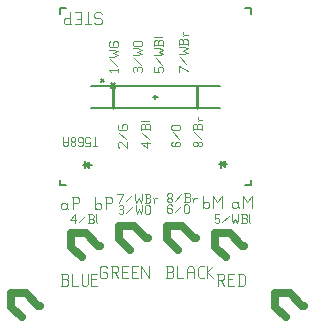
<source format=gbr>
G04 start of page 10 for group -4079 idx -4079 *
G04 Title: (unknown), topsilk *
G04 Creator: pcb 4.2.0 *
G04 CreationDate: Sun Sep  6 18:52:41 2020 UTC *
G04 For: commonadmin *
G04 Format: Gerber/RS-274X *
G04 PCB-Dimensions (mil): 1250.00 1500.00 *
G04 PCB-Coordinate-Origin: lower left *
%MOIN*%
%FSLAX25Y25*%
%LNTOPSILK*%
%ADD99C,0.0100*%
%ADD98C,0.0250*%
%ADD97C,0.0040*%
%ADD96C,0.0030*%
%ADD95C,0.0060*%
G54D95*X51204Y98043D02*X49629Y96469D01*
X51204D02*X49629Y98043D01*
G54D96*X79736Y77000D02*X80111Y77375D01*
X79136Y77000D02*X79736D01*
X79136D02*X78611Y77525D01*
Y77975D02*Y77525D01*
Y77975D02*X79136Y78500D01*
X79736D01*
X80111Y78125D02*X79736Y78500D01*
X80111Y78125D02*Y77375D01*
X78086Y77000D02*X78611Y77525D01*
X77486Y77000D02*X78086D01*
X77486D02*X77111Y77375D01*
Y78125D02*Y77375D01*
Y78125D02*X77486Y78500D01*
X78086D01*
X78611Y77975D02*X78086Y78500D01*
X79736Y79400D02*X77486Y81650D01*
X80111Y84050D02*Y82550D01*
Y84050D02*X79736Y84425D01*
X78836D02*X79736D01*
X78461Y84050D02*X78836Y84425D01*
X78461Y84050D02*Y82925D01*
X77111D02*X80111D01*
X77111Y84050D02*Y82550D01*
Y84050D02*X77486Y84425D01*
X78086D01*
X78461Y84050D02*X78086Y84425D01*
X78986Y85700D02*X80111D01*
X78986D02*X78611Y86075D01*
Y86825D02*Y86075D01*
Y85325D02*X78986Y85700D01*
X75230Y102218D02*X72230Y103718D01*
Y101843D01*
X74855Y104618D02*X72605Y106868D01*
X72230Y107768D02*X73730D01*
X75230Y108143D01*
X73730Y108893D01*
X75230Y109643D01*
X73730Y110018D01*
X72230D02*X73730D01*
X75230Y112418D02*Y110918D01*
Y112418D02*X74855Y112793D01*
X73955D02*X74855D01*
X73580Y112418D02*X73955Y112793D01*
X73580Y112418D02*Y111293D01*
X72230D02*X75230D01*
X72230Y112418D02*Y110918D01*
Y112418D02*X72605Y112793D01*
X73205D01*
X73580Y112418D02*X73205Y112793D01*
X74105Y114068D02*X75230D01*
X74105D02*X73730Y114443D01*
Y115193D02*Y114443D01*
Y113693D02*X74105Y114068D01*
X69848Y78125D02*X70223Y78500D01*
X69848Y78125D02*Y77375D01*
X70223Y77000D02*X69848Y77375D01*
X70223Y77000D02*X72473D01*
X72848Y77375D01*
X71198Y78125D02*X71573Y78500D01*
X71198Y78125D02*Y77000D01*
X72848Y78125D02*Y77375D01*
Y78125D02*X72473Y78500D01*
X71573D02*X72473D01*
Y79400D02*X70223Y81650D01*
Y82550D02*X72473D01*
X70223D02*X69848Y82925D01*
Y83675D02*Y82925D01*
Y83675D02*X70223Y84050D01*
X72473D01*
X72848Y83675D02*X72473Y84050D01*
X72848Y83675D02*Y82925D01*
X72473Y82550D02*X72848Y82925D01*
X64178Y103343D02*Y101843D01*
X65678D01*
X65303Y102218D01*
Y102968D02*Y102218D01*
Y102968D02*X65678Y103343D01*
X66803D01*
X67178Y102968D02*X66803Y103343D01*
X67178Y102968D02*Y102218D01*
X66803Y101843D02*X67178Y102218D01*
X66803Y104243D02*X64553Y106493D01*
X64178Y107393D02*X65678D01*
X67178Y107768D01*
X65678Y108518D01*
X67178Y109268D01*
X65678Y109643D01*
X64178D02*X65678D01*
X67178Y112043D02*Y110543D01*
Y112043D02*X66803Y112418D01*
X65903D02*X66803D01*
X65528Y112043D02*X65903Y112418D01*
X65528Y112043D02*Y110918D01*
X64178D02*X67178D01*
X64178Y112043D02*Y110543D01*
Y112043D02*X64553Y112418D01*
X65153D01*
X65528Y112043D02*X65153Y112418D01*
X64178Y113318D02*X66803D01*
X67178Y113693D01*
X61565Y76606D02*X59690Y78106D01*
X61565Y78481D02*Y76606D01*
X59690Y78106D02*X62690D01*
X62315Y79381D02*X60065Y81631D01*
X62690Y84031D02*Y82531D01*
Y84031D02*X62315Y84406D01*
X61415D02*X62315D01*
X61040Y84031D02*X61415Y84406D01*
X61040Y84031D02*Y82906D01*
X59690D02*X62690D01*
X59690Y84031D02*Y82531D01*
Y84031D02*X60065Y84406D01*
X60665D01*
X61040Y84031D02*X60665Y84406D01*
X59690Y85306D02*X62315D01*
X62690Y85681D01*
X57290Y101843D02*X56915Y102218D01*
Y102968D02*Y102218D01*
Y102968D02*X57290Y103343D01*
X59915Y102968D02*X59540Y103343D01*
X59915Y102968D02*Y102218D01*
X59540Y101843D02*X59915Y102218D01*
X58265Y102968D02*Y102218D01*
X57290Y103343D02*X57890D01*
X58640D02*X59540D01*
X58640D02*X58265Y102968D01*
X57890Y103343D02*X58265Y102968D01*
X59540Y104243D02*X57290Y106493D01*
X56915Y107393D02*X58415D01*
X59915Y107768D01*
X58415Y108518D01*
X59915Y109268D01*
X58415Y109643D01*
X56915D02*X58415D01*
X57290Y110543D02*X59540D01*
X57290D02*X56915Y110918D01*
Y111668D02*Y110918D01*
Y111668D02*X57290Y112043D01*
X59540D01*
X59915Y111668D02*X59540Y112043D01*
X59915Y111668D02*Y110918D01*
X59540Y110543D02*X59915Y110918D01*
X52408Y76606D02*X52033Y76981D01*
Y78106D02*Y76981D01*
Y78106D02*X52408Y78481D01*
X53158D01*
X55033Y76606D02*X53158Y78481D01*
X55033D02*Y76606D01*
X54658Y79381D02*X52408Y81631D01*
X52033Y84031D02*X52408Y84406D01*
X52033Y84031D02*Y82906D01*
X52408Y82531D02*X52033Y82906D01*
X52408Y82531D02*X54658D01*
X55033Y82906D01*
Y84031D02*Y82906D01*
Y84031D02*X54658Y84406D01*
X53908D02*X54658D01*
X53533Y84031D02*X53908Y84406D01*
X53533Y84031D02*Y83281D01*
X49562Y101783D02*X48962Y102383D01*
X51962D01*
Y102908D02*Y101783D01*
X51587Y103808D02*X49337Y106058D01*
X48962Y106958D02*X50462D01*
X51962Y107333D01*
X50462Y108083D01*
X51962Y108833D01*
X50462Y109208D01*
X48962D02*X50462D01*
X48962Y111608D02*X49337Y111983D01*
X48962Y111608D02*Y110483D01*
X49337Y110108D02*X48962Y110483D01*
X49337Y110108D02*X51587D01*
X51962Y110483D01*
Y111608D02*Y110483D01*
Y111608D02*X51587Y111983D01*
X50837D02*X51587D01*
X50462Y111608D02*X50837Y111983D01*
X50462Y111608D02*Y110858D01*
X43543Y77100D02*X45043D01*
X44293Y80100D02*Y77100D01*
X41143D02*X42643D01*
Y78600D02*Y77100D01*
Y78600D02*X42268Y78225D01*
X41518D02*X42268D01*
X41518D02*X41143Y78600D01*
Y79725D02*Y78600D01*
X41518Y80100D02*X41143Y79725D01*
X41518Y80100D02*X42268D01*
X42643Y79725D02*X42268Y80100D01*
X39118Y77100D02*X38743Y77475D01*
X39118Y77100D02*X39868D01*
X40243Y77475D02*X39868Y77100D01*
X40243Y79725D02*Y77475D01*
Y79725D02*X39868Y80100D01*
X39118Y78450D02*X38743Y78825D01*
X39118Y78450D02*X40243D01*
X39118Y80100D02*X39868D01*
X39118D02*X38743Y79725D01*
Y78825D01*
X37843Y79725D02*X37468Y80100D01*
X37843Y79725D02*Y79125D01*
X37318Y78600D01*
X36868D02*X37318D01*
X36868D02*X36343Y79125D01*
Y79725D02*Y79125D01*
X36718Y80100D02*X36343Y79725D01*
X36718Y80100D02*X37468D01*
X37843Y78075D02*X37318Y78600D01*
X37843Y78075D02*Y77475D01*
X37468Y77100D01*
X36718D02*X37468D01*
X36718D02*X36343Y77475D01*
Y78075D02*Y77475D01*
X36868Y78600D02*X36343Y78075D01*
X35443Y80100D02*Y77850D01*
X34918Y77100D01*
X34093D02*X34918D01*
X34093D02*X33568Y77850D01*
Y80100D02*Y77850D01*
Y78600D02*X35443D01*
X36106Y52435D02*X37606Y54310D01*
X36106Y52435D02*X37981D01*
X37606Y54310D02*Y51310D01*
X38881Y51685D02*X41131Y53935D01*
X42031Y51310D02*X43531D01*
X43906Y51685D01*
Y52585D02*Y51685D01*
X43531Y52960D02*X43906Y52585D01*
X42406Y52960D02*X43531D01*
X42406Y54310D02*Y51310D01*
X42031Y54310D02*X43531D01*
X43906Y53935D01*
Y53335D01*
X43531Y52960D02*X43906Y53335D01*
X44806Y54310D02*Y51685D01*
X45181Y51310D01*
G54D97*X34500Y58000D02*X35000Y57500D01*
X33500Y58000D02*X34500D01*
X33000Y57500D02*X33500Y58000D01*
X33000Y57500D02*Y56500D01*
X33500Y56000D01*
X35000Y58000D02*Y56500D01*
X35500Y56000D01*
X33500D02*X34500D01*
X35000Y56500D01*
X37200Y60000D02*Y56000D01*
X36700Y60000D02*X38700D01*
X39200Y59500D01*
Y58500D01*
X38700Y58000D02*X39200Y58500D01*
X37200Y58000D02*X38700D01*
X44500Y60000D02*Y56000D01*
Y56500D02*X45000Y56000D01*
X46000D01*
X46500Y56500D01*
Y57500D02*Y56500D01*
X46000Y58000D02*X46500Y57500D01*
X45000Y58000D02*X46000D01*
X44500Y57500D02*X45000Y58000D01*
X48200Y60000D02*Y56000D01*
X47700Y60000D02*X49700D01*
X50200Y59500D01*
Y58500D01*
X49700Y58000D02*X50200Y58500D01*
X48200Y58000D02*X49700D01*
G54D96*X52343Y57210D02*X52718Y57585D01*
X53468D01*
X53843Y57210D01*
X53468Y54585D02*X53843Y54960D01*
X52718Y54585D02*X53468D01*
X52343Y54960D02*X52718Y54585D01*
Y56235D02*X53468D01*
X53843Y57210D02*Y56610D01*
Y55860D02*Y54960D01*
Y55860D02*X53468Y56235D01*
X53843Y56610D02*X53468Y56235D01*
X54743Y54960D02*X56993Y57210D01*
X57893Y57585D02*Y56085D01*
X58268Y54585D01*
X59018Y56085D01*
X59768Y54585D01*
X60143Y56085D01*
Y57585D02*Y56085D01*
X61043Y57210D02*Y54960D01*
Y57210D02*X61418Y57585D01*
X62168D01*
X62543Y57210D01*
Y54960D01*
X62168Y54585D02*X62543Y54960D01*
X61418Y54585D02*X62168D01*
X61043Y54960D02*X61418Y54585D01*
X84343Y54322D02*X85843D01*
X84343D02*Y52822D01*
X84718Y53197D01*
X85468D01*
X85843Y52822D01*
Y51697D01*
X85468Y51322D02*X85843Y51697D01*
X84718Y51322D02*X85468D01*
X84343Y51697D02*X84718Y51322D01*
X86743Y51697D02*X88993Y53947D01*
X89893Y54322D02*Y52822D01*
X90268Y51322D01*
X91018Y52822D01*
X91768Y51322D01*
X92143Y52822D01*
Y54322D02*Y52822D01*
X93043Y51322D02*X94543D01*
X94918Y51697D01*
Y52597D02*Y51697D01*
X94543Y52972D02*X94918Y52597D01*
X93418Y52972D02*X94543D01*
X93418Y54322D02*Y51322D01*
X93043Y54322D02*X94543D01*
X94918Y53947D01*
Y53347D01*
X94543Y52972D02*X94918Y53347D01*
X95818Y54322D02*Y51697D01*
X96193Y51322D01*
G54D97*X80500Y60500D02*Y56500D01*
Y57000D02*X81000Y56500D01*
X82000D01*
X82500Y57000D01*
Y58000D02*Y57000D01*
X82000Y58500D02*X82500Y58000D01*
X81000Y58500D02*X82000D01*
X80500Y58000D02*X81000Y58500D01*
X83700Y60500D02*Y56500D01*
Y60500D02*X85200Y58500D01*
X86700Y60500D01*
Y56500D01*
X91500Y58500D02*X92000Y58000D01*
X90500Y58500D02*X91500D01*
X90000Y58000D02*X90500Y58500D01*
X90000Y58000D02*Y57000D01*
X90500Y56500D01*
X92000Y58500D02*Y57000D01*
X92500Y56500D01*
X90500D02*X91500D01*
X92000Y57000D01*
X93700Y60500D02*Y56500D01*
Y60500D02*X95200Y58500D01*
X96700Y60500D01*
Y56500D01*
G54D96*X69625Y57652D02*X70000Y57277D01*
X68875Y57652D02*X69625D01*
X68500Y57277D02*X68875Y57652D01*
X68500Y57277D02*Y55027D01*
X68875Y54652D01*
X69625Y56302D02*X70000Y55927D01*
X68500Y56302D02*X69625D01*
X68875Y54652D02*X69625D01*
X70000Y55027D01*
Y55927D02*Y55027D01*
X70900D02*X73150Y57277D01*
X74050D02*Y55027D01*
Y57277D02*X74425Y57652D01*
X75175D01*
X75550Y57277D01*
Y55027D01*
X75175Y54652D02*X75550Y55027D01*
X74425Y54652D02*X75175D01*
X74050Y55027D02*X74425Y54652D01*
X68500Y58764D02*X68875Y58389D01*
X68500Y59364D02*Y58764D01*
Y59364D02*X69025Y59889D01*
X69475D01*
X70000Y59364D01*
Y58764D01*
X69625Y58389D02*X70000Y58764D01*
X68875Y58389D02*X69625D01*
X68500Y60414D02*X69025Y59889D01*
X68500Y61014D02*Y60414D01*
Y61014D02*X68875Y61389D01*
X69625D01*
X70000Y61014D01*
Y60414D01*
X69475Y59889D02*X70000Y60414D01*
X70900Y58764D02*X73150Y61014D01*
X74050Y58389D02*X75550D01*
X75925Y58764D01*
Y59664D02*Y58764D01*
X75550Y60039D02*X75925Y59664D01*
X74425Y60039D02*X75550D01*
X74425Y61389D02*Y58389D01*
X74050Y61389D02*X75550D01*
X75925Y61014D01*
Y60414D01*
X75550Y60039D02*X75925Y60414D01*
X77200Y59514D02*Y58389D01*
Y59514D02*X77575Y59889D01*
X78325D01*
X76825D02*X77200Y59514D01*
X52218Y58270D02*X53718Y61270D01*
X51843D02*X53718D01*
X54618Y58645D02*X56868Y60895D01*
X57768Y61270D02*Y59770D01*
X58143Y58270D01*
X58893Y59770D01*
X59643Y58270D01*
X60018Y59770D01*
Y61270D02*Y59770D01*
X60918Y58270D02*X62418D01*
X62793Y58645D01*
Y59545D02*Y58645D01*
X62418Y59920D02*X62793Y59545D01*
X61293Y59920D02*X62418D01*
X61293Y61270D02*Y58270D01*
X60918Y61270D02*X62418D01*
X62793Y60895D01*
Y60295D01*
X62418Y59920D02*X62793Y60295D01*
X64068Y59395D02*Y58270D01*
Y59395D02*X64443Y59770D01*
X65193D01*
X63693D02*X64068Y59395D01*
G54D98*X104457Y27480D02*Y23543D01*
X108000Y20000D01*
X104457Y28000D02*X109449D01*
X113906Y23937D02*X113512D01*
X109449Y28000D02*X113512Y23937D01*
X68457Y49980D02*Y46043D01*
X72000Y42500D01*
X68457Y50500D02*X73449D01*
X77906Y46437D02*X77512D01*
X73449Y50500D02*X77512Y46437D01*
X84457Y47480D02*Y43543D01*
X88000Y40000D01*
X84457Y48000D02*X89449D01*
X93906Y43937D02*X93512D01*
X89449Y48000D02*X93512Y43937D01*
X16457Y27480D02*Y23543D01*
X20000Y20000D01*
X16457Y28000D02*X21449D01*
X25906Y23937D02*X25512D01*
X21449Y28000D02*X25512Y23937D01*
X52457Y49980D02*Y46043D01*
X56000Y42500D01*
X52457Y50500D02*X57449D01*
X61906Y46437D02*X61512D01*
X57449Y50500D02*X61512Y46437D01*
X36457Y47480D02*Y43543D01*
X40000Y40000D01*
X36457Y48000D02*X41449D01*
X45906Y43937D02*X45512D01*
X41449Y48000D02*X45512Y43937D01*
G54D95*X87744Y71020D02*X88531D01*
X85579D02*X86366D01*
Y72201D02*Y69839D01*
X87744Y72004D02*Y70035D01*
X86760Y71020D02*X87744Y72004D01*
Y70035D02*X86760Y71020D01*
X42449Y69961D02*X41465Y70945D01*
X42449Y71929D01*
Y69961D01*
X41071Y72126D02*Y69764D01*
X40283Y70945D02*X41071D01*
X42449D02*X43236D01*
G54D99*X50539Y97043D02*Y89957D01*
X78492Y97043D02*Y89957D01*
G54D95*X43059Y97043D02*X86169D01*
X43059Y89957D02*X86169D01*
X63728Y93500D02*X65303D01*
X64516Y94287D02*Y92713D01*
X96406Y123028D02*Y121059D01*
X94437Y123028D02*X96406D01*
X32626D02*Y121059D01*
Y123028D02*X34594D01*
X96406Y65941D02*Y63972D01*
X94437D02*X96406D01*
X32626Y65941D02*Y63972D01*
X34594D01*
X47390Y98618D02*X46406Y99602D01*
X47390D02*X46406Y98618D01*
G54D97*X68000Y33000D02*X70000D01*
X70500Y33500D01*
Y34700D02*Y33500D01*
X70000Y35200D02*X70500Y34700D01*
X68500Y35200D02*X70000D01*
X68500Y37000D02*Y33000D01*
X68000Y37000D02*X70000D01*
X70500Y36500D01*
Y35700D01*
X70000Y35200D02*X70500Y35700D01*
X71700Y37000D02*Y33000D01*
X73700D01*
X74900Y36000D02*Y33000D01*
Y36000D02*X75600Y37000D01*
X76700D01*
X77400Y36000D01*
Y33000D01*
X74900Y35000D02*X77400D01*
X79300Y33000D02*X80600D01*
X78600Y33700D02*X79300Y33000D01*
X78600Y36300D02*Y33700D01*
Y36300D02*X79300Y37000D01*
X80600D01*
X81800D02*Y33000D01*
Y35000D02*X83800Y37000D01*
X81800Y35000D02*X83800Y33000D01*
X85000Y34500D02*X87000D01*
X87500Y34000D01*
Y33000D01*
X87000Y32500D02*X87500Y33000D01*
X85500Y32500D02*X87000D01*
X85500Y34500D02*Y30500D01*
X86300Y32500D02*X87500Y30500D01*
X88700Y32700D02*X90200D01*
X88700Y30500D02*X90700D01*
X88700Y34500D02*Y30500D01*
Y34500D02*X90700D01*
X92400D02*Y30500D01*
X93700Y34500D02*X94400Y33800D01*
Y31200D01*
X93700Y30500D02*X94400Y31200D01*
X91900Y30500D02*X93700D01*
X91900Y34500D02*X93700D01*
X48000Y37000D02*X48500Y36500D01*
X46500Y37000D02*X48000D01*
X46000Y36500D02*X46500Y37000D01*
X46000Y36500D02*Y33500D01*
X46500Y33000D01*
X48000D01*
X48500Y33500D01*
Y34500D02*Y33500D01*
X48000Y35000D02*X48500Y34500D01*
X47000Y35000D02*X48000D01*
X49700Y37000D02*X51700D01*
X52200Y36500D01*
Y35500D01*
X51700Y35000D02*X52200Y35500D01*
X50200Y35000D02*X51700D01*
X50200Y37000D02*Y33000D01*
X51000Y35000D02*X52200Y33000D01*
X53400Y35200D02*X54900D01*
X53400Y33000D02*X55400D01*
X53400Y37000D02*Y33000D01*
Y37000D02*X55400D01*
X56600Y35200D02*X58100D01*
X56600Y33000D02*X58600D01*
X56600Y37000D02*Y33000D01*
Y37000D02*X58600D01*
X59800D02*Y33000D01*
Y37000D02*X62300Y33000D01*
Y37000D02*Y33000D01*
X33000Y30500D02*X35000D01*
X35500Y31000D01*
Y32200D02*Y31000D01*
X35000Y32700D02*X35500Y32200D01*
X33500Y32700D02*X35000D01*
X33500Y34500D02*Y30500D01*
X33000Y34500D02*X35000D01*
X35500Y34000D01*
Y33200D01*
X35000Y32700D02*X35500Y33200D01*
X36700Y34500D02*Y30500D01*
X38700D01*
X39900Y34500D02*Y31000D01*
X40400Y30500D01*
X41400D01*
X41900Y31000D01*
Y34500D02*Y31000D01*
X43100Y32700D02*X44600D01*
X43100Y30500D02*X45100D01*
X43100Y34500D02*Y30500D01*
Y34500D02*X45100D01*
X44636Y117761D02*X44136Y118261D01*
X44636Y117761D02*X46136D01*
X46636Y118261D02*X46136Y117761D01*
X46636Y119261D02*Y118261D01*
Y119261D02*X46136Y119761D01*
X44636D02*X46136D01*
X44636D02*X44136Y120261D01*
Y121261D02*Y120261D01*
X44636Y121761D02*X44136Y121261D01*
X44636Y121761D02*X46136D01*
X46636Y121261D02*X46136Y121761D01*
X40936Y117761D02*X42936D01*
X41936Y121761D02*Y117761D01*
X38236Y119561D02*X39736D01*
X37736Y121761D02*X39736D01*
Y117761D01*
X37736D02*X39736D01*
X36036Y121761D02*Y117761D01*
X34536D02*X36536D01*
X34536D02*X34036Y118261D01*
Y119261D02*Y118261D01*
X34536Y119761D02*X34036Y119261D01*
X34536Y119761D02*X36036D01*
M02*

</source>
